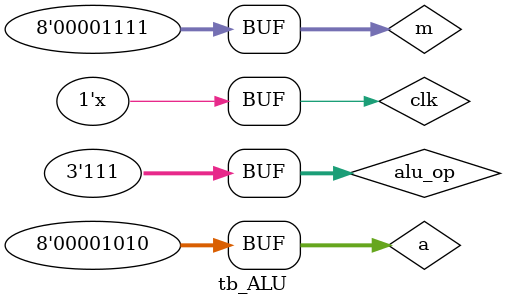
<source format=v>
`timescale 1ns / 1ps


module tb_ALU;

	// Inputs
	reg [7:0] a;
	reg [7:0] m;
	reg clk;
	reg [2:0] alu_op;

	// Outputs
	wire [7:0] x;

	// Instantiate the Unit Under Test (UUT)
	ALU uut (
		.a(a), 
		.m(m), 
		.clk(clk), 
		.alu_op(alu_op), 
		.x(x)
	);
	
	
	initial clk = 1;
	always #10 clk =~clk;
	
	initial begin
		// Initialize Inputs
		
		#100
		a = 10;
		m = 15;
		alu_op = 0;

		// Wait 100 ns for global reset to finish
		#100;
      alu_op = 1;
		#100;
      alu_op = 2;
		#100;	
      alu_op = 3;
		#100;	      
		alu_op = 4;
		#100;	
      alu_op = 5;
		#100;	
      alu_op = 6;
		#100;
      alu_op = 7;
		#100;			
		// Add stimulus here

	end
      
endmodule


</source>
